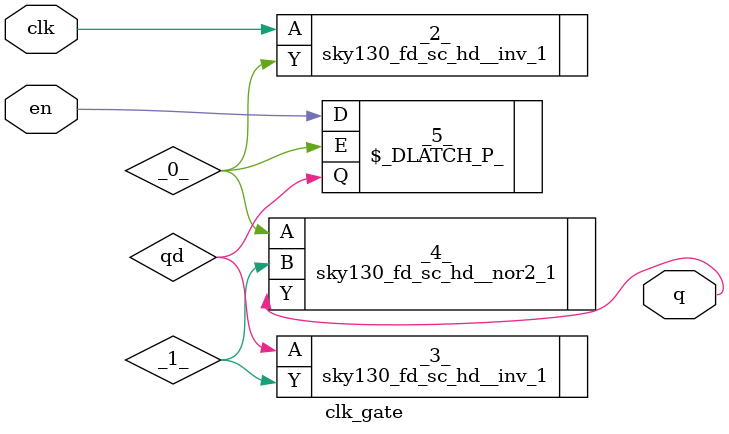
<source format=v>
/* Generated by Yosys 0.7 (git sha1 61f6811, gcc 6.2.0-11ubuntu1 -O2 -fdebug-prefix-map=/build/yosys-OIL3SR/yosys-0.7=. -fstack-protector-strong -fPIC -Os) */

module clk_gate(clk, en, q);
  wire _0_;
  wire _1_;
  input clk;
  input en;
  output q;
  wire qd;
  sky130_fd_sc_hd__inv_1 _2_ (
    .A(clk),
    .Y(_0_)
  );
  sky130_fd_sc_hd__inv_1 _3_ (
    .A(qd),
    .Y(_1_)
  );
  sky130_fd_sc_hd__nor2_1 _4_ (
    .A(_0_),
    .B(_1_),
    .Y(q)
  );
  \$_DLATCH_P_  _5_ (
    .D(en),
    .E(_0_),
    .Q(qd)
  );
endmodule

</source>
